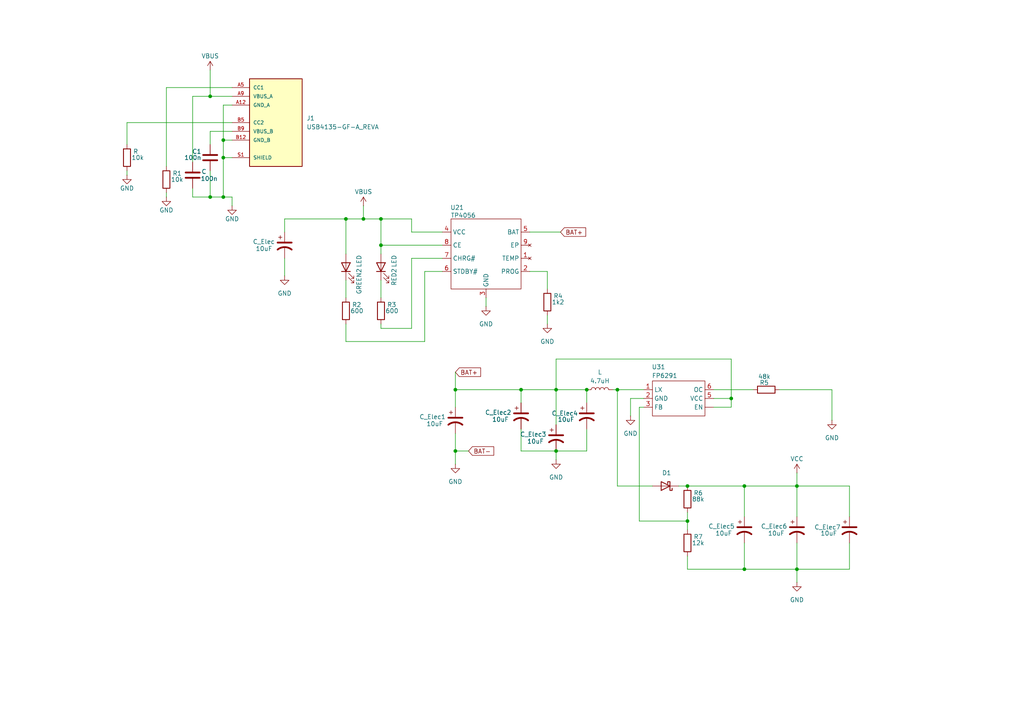
<source format=kicad_sch>
(kicad_sch (version 20250114) (generator "eeschema") (generator_version "9.0")
  (paper "A4")
  (lib_symbols
    (symbol "Device:C" (pin_numbers (hide yes)) (pin_names (offset 0.254))
      (property "Reference" "C" (at 0.635 2.54 0))
      (property "Value" "C" (at 0.635 -2.54 0))
      (symbol "C_0_1"
        (polyline (pts (xy -2.032 0.762) (xy 2.032 0.762)) (stroke (width 0.508)))
        (polyline (pts (xy -2.032 -0.762) (xy 2.032 -0.762)) (stroke (width 0.508)))
      )
      (symbol "C_1_1"
        (pin passive line (at 0 3.81 270) (length 2.794) (name "~") (number "1"))
        (pin passive line (at 0 -3.81 90) (length 2.794) (name "~") (number "2"))
      )
    )
    (symbol "Device:C_Polarized_US" (pin_numbers (hide yes)) (pin_names (offset 0.254) (hide yes))
      (property "Reference" "C" (at 0.635 2.54 0))
      (property "Value" "C_Polarized_US" (at 0.635 -2.54 0))
      (symbol "C_Polarized_US_0_1"
        (polyline (pts (xy -2.032 0.762) (xy 2.032 0.762)) (stroke (width 0.508)))
        (polyline (pts (xy -1.778 2.286) (xy -0.762 2.286)))
        (polyline (pts (xy -1.27 1.778) (xy -1.27 2.794)))
        (arc (start -2.032 -1.27) (mid 0 -0.5572) (end 2.032 -1.27) (stroke (width 0.508)))
      )
      (symbol "C_Polarized_US_1_1"
        (pin passive line (at 0 3.81 270) (length 2.794) (name "~") (number "1"))
        (pin passive line (at 0 -3.81 90) (length 3.302) (name "~") (number "2"))
      )
    )
    (symbol "Device:L" (pin_numbers (hide yes)) (pin_names (offset 1.016) (hide yes))
      (property "Reference" "L" (at -1.27 0 90))
      (property "Value" "L" (at 1.905 0 90))
      (symbol "L_0_1"
        (arc (start 0 2.54) (mid 0.6323 1.905) (end 0 1.27))
        (arc (start 0 1.27) (mid 0.6323 0.635) (end 0 0))
        (arc (start 0 0) (mid 0.6323 -0.635) (end 0 -1.27))
        (arc (start 0 -1.27) (mid 0.6323 -1.905) (end 0 -2.54))
      )
      (symbol "L_1_1"
        (pin passive line (at 0 3.81 270) (length 1.27) (name "1") (number "1"))
        (pin passive line (at 0 -3.81 90) (length 1.27) (name "2") (number "2"))
      )
    )
    (symbol "Device:LED" (pin_numbers (hide yes)) (pin_names (offset 1.016) (hide yes))
      (property "Reference" "D" (at 0 2.54 0))
      (property "Value" "LED" (at 0 -2.54 0))
      (symbol "LED_0_1"
        (polyline (pts (xy -3.048 -0.762) (xy -4.572 -2.286) (xy -3.81 -2.286) (xy -4.572 -2.286) (xy -4.572 -1.524)))
        (polyline (pts (xy -1.778 -0.762) (xy -3.302 -2.286) (xy -2.54 -2.286) (xy -3.302 -2.286) (xy -3.302 -1.524)))
        (polyline (pts (xy -1.27 0) (xy 1.27 0)))
        (polyline (pts (xy -1.27 -1.27) (xy -1.27 1.27)) (stroke (width 0.254)))
        (polyline (pts (xy 1.27 -1.27) (xy 1.27 1.27) (xy -1.27 0) (xy 1.27 -1.27)) (stroke (width 0.254)))
      )
      (symbol "LED_1_1"
        (pin passive line (at -3.81 0 0) (length 2.54) (name "K") (number "1"))
        (pin passive line (at 3.81 0 180) (length 2.54) (name "A") (number "2"))
      )
    )
    (symbol "Device:R" (pin_numbers (hide yes)) (pin_names (offset 0))
      (property "Reference" "R" (at 2.032 0 90))
      (property "Value" "R" (at 0 0 90))
      (symbol "R_0_1"
        (rectangle (start -1.016 -2.54) (end 1.016 2.54) (stroke (width 0.254)))
      )
      (symbol "R_1_1"
        (pin passive line (at 0 3.81 270) (length 1.27) (name "~") (number "1"))
        (pin passive line (at 0 -3.81 90) (length 1.27) (name "~") (number "2"))
      )
    )
    (symbol "Diode:SB150" (pin_numbers (hide yes)) (pin_names (offset 1.016) (hide yes))
      (property "Reference" "D" (at 0 2.54 0))
      (property "Value" "SB150" (at 0 -2.54 0))
      (symbol "SB150_0_1"
        (polyline (pts (xy -1.905 0.635) (xy -1.905 1.27) (xy -1.27 1.27) (xy -1.27 -1.27) (xy -0.635 -1.27) (xy -0.635 -0.635)) (stroke (width 0.254)))
        (polyline (pts (xy 1.27 1.27) (xy 1.27 -1.27) (xy -1.27 0) (xy 1.27 1.27)) (stroke (width 0.254)))
        (polyline (pts (xy 1.27 0) (xy -1.27 0)))
      )
      (symbol "SB150_1_1"
        (pin passive line (at -3.81 0 0) (length 2.54) (name "K") (number "1"))
        (pin passive line (at 3.81 0 180) (length 2.54) (name "A") (number "2"))
      )
    )
    (symbol "M5Stamp:USB4135-GF-A_REVA" (pin_names (offset 1.016))
      (property "Reference" "J" (at -7.62 13.462 0))
      (property "Value" "USB4135-GF-A_REVA" (at -7.62 -13.462 0))
      (symbol "USB4135-GF-A_REVA_0_0"
        (rectangle (start -7.62 12.7) (end 7.62 -12.7) (stroke (width 0.254)) (fill (type background)))
        (pin bidirectional line (at -12.7 10.16 0) (length 5.08) (name "CC1") (number "A5"))
        (pin power_in line (at -12.7 7.62 0) (length 5.08) (name "VBUS_A") (number "A9"))
        (pin power_in line (at -12.7 5.08 0) (length 5.08) (name "GND_A") (number "A12"))
        (pin bidirectional line (at -12.7 0 0) (length 5.08) (name "CC2") (number "B5"))
        (pin power_in line (at -12.7 -2.54 0) (length 5.08) (name "VBUS_B") (number "B9"))
        (pin power_in line (at -12.7 -5.08 0) (length 5.08) (name "GND_B") (number "B12"))
        (pin passive line (at -12.7 -10.16 0) (length 5.08) (name "SHIELD") (number "S1"))
      )
    )
    (symbol "New_Library:TP4056"
      (property "Reference" "U" (at -9.652 13.716 0))
      (property "Value" "TP4056" (at -6.858 11.43 0))
      (symbol "TP4056_0_1"
        (rectangle (start -10.16 10.16) (end 10.16 -10.16))
      )
      (symbol "TP4056_1_1"
        (pin power_in line (at -12.7 6.35 0) (length 2.54) (name "VCC") (number "4"))
        (pin input line (at -12.7 2.54 0) (length 2.54) (name "CE") (number "8"))
        (pin output line (at -12.7 -1.27 0) (length 2.54) (name "CHRG#") (number "7"))
        (pin output line (at -12.7 -5.08 0) (length 2.54) (name "STDBY#") (number "6"))
        (pin power_in line (at 0 -12.7 90) (length 2.54) (name "GND") (number "3"))
        (pin output line (at 12.7 6.35 180) (length 2.54) (name "BAT") (number "5"))
        (pin no_connect line (at 12.7 2.54 180) (length 2.54) (name "EP") (number "9"))
        (pin no_connect line (at 12.7 -1.27 180) (length 2.54) (name "TEMP") (number "1"))
        (pin input line (at 12.7 -5.08 180) (length 2.54) (name "PROG") (number "2"))
      )
    )
    (symbol "New_Library:fp6291"
      (property "Reference" "U" (at -6.858 8.636 0))
      (property "Value" "FP6291" (at -4.064 6.35 0))
      (symbol "fp6291_0_1"
        (rectangle (start -7.62 5.08) (end 7.62 -5.08))
      )
      (symbol "fp6291_1_1"
        (pin output line (at -10.16 2.54 0) (length 2.54) (name "LX") (number "1"))
        (pin power_in line (at -10.16 0 0) (length 2.54) (name "GND") (number "2"))
        (pin input line (at -10.16 -2.54 0) (length 2.54) (name "FB") (number "3"))
        (pin input line (at 10.16 2.54 180) (length 2.54) (name "OC") (number "6"))
        (pin power_in line (at 10.16 0 180) (length 2.54) (name "VCC") (number "5"))
        (pin input line (at 10.16 -2.54 180) (length 2.54) (name "EN") (number ""))
      )
    )
    (symbol "power:GND" (power) (pin_numbers (hide yes)) (pin_names (offset 0) (hide yes))
      (property "Value" "GND" (at 0 -3.81 0))
      (symbol "GND_0_1"
        (polyline (pts (xy 0 0) (xy 0 -1.27) (xy 1.27 -1.27) (xy 0 -2.54) (xy -1.27 -1.27) (xy 0 -1.27)))
      )
      (symbol "GND_1_1"
        (pin power_in line (at 0 0 270) (length 0) (name "~") (number "1"))
      )
    )
    (symbol "power:VCC" (power) (pin_numbers (hide yes)) (pin_names (offset 0) (hide yes))
      (property "Value" "VCC" (at 0 3.556 0))
      (symbol "VCC_0_1"
        (polyline (pts (xy -0.762 1.27) (xy 0 2.54)))
        (polyline (pts (xy 0 2.54) (xy 0.762 1.27)))
        (polyline (pts (xy 0 0) (xy 0 2.54)))
      )
      (symbol "VCC_1_1"
        (pin power_in line (at 0 0 90) (length 0) (name "~") (number "1"))
      )
    )
  )
  (junction (at 170.18 113.03))
  (junction (at 215.9 165.1))
  (junction (at 231.14 165.1))
  (junction (at 132.08 130.81))
  (junction (at 105.41 63.5))
  (junction (at 212.09 115.57))
  (junction (at 161.29 130.81))
  (junction (at 60.96 27.94))
  (junction (at 199.39 140.97))
  (junction (at 100.33 63.5))
  (junction (at 64.77 45.72))
  (junction (at 199.39 151.13))
  (junction (at 110.49 63.5))
  (junction (at 60.96 57.15))
  (junction (at 179.07 113.03))
  (junction (at 231.14 140.97))
  (junction (at 132.08 113.03))
  (junction (at 64.77 40.64))
  (junction (at 215.9 140.97))
  (junction (at 64.77 57.15))
  (junction (at 151.13 113.03))
  (junction (at 161.29 113.03))
  (junction (at 110.49 71.12))
  (wire (pts (xy 207.01 115.57) (xy 212.09 115.57)))
  (wire (pts (xy 212.09 115.57) (xy 212.09 104.14)))
  (wire (pts (xy 162.56 67.31) (xy 153.67 67.31)))
  (wire (pts (xy 151.13 116.84) (xy 151.13 113.03)))
  (wire (pts (xy 132.08 107.95) (xy 132.08 113.03)))
  (wire (pts (xy 60.96 57.15) (xy 64.77 57.15)))
  (wire (pts (xy 100.33 63.5) (xy 105.41 63.5)))
  (wire (pts (xy 67.31 57.15) (xy 67.31 59.69)))
  (wire (pts (xy 55.88 27.94) (xy 60.96 27.94)))
  (wire (pts (xy 110.49 71.12) (xy 128.27 71.12)))
  (wire (pts (xy 119.38 95.25) (xy 110.49 95.25)))
  (wire (pts (xy 231.14 165.1) (xy 246.38 165.1)))
  (wire (pts (xy 151.13 113.03) (xy 161.29 113.03)))
  (wire (pts (xy 158.75 91.44) (xy 158.75 93.98)))
  (wire (pts (xy 246.38 149.86) (xy 246.38 140.97)))
  (wire (pts (xy 132.08 113.03) (xy 132.08 118.11)))
  (wire (pts (xy 60.96 49.53) (xy 60.96 57.15)))
  (wire (pts (xy 64.77 45.72) (xy 67.31 45.72)))
  (wire (pts (xy 64.77 30.48) (xy 67.31 30.48)))
  (wire (pts (xy 199.39 151.13) (xy 199.39 148.59)))
  (wire (pts (xy 170.18 130.81) (xy 161.29 130.81)))
  (wire (pts (xy 231.14 165.1) (xy 231.14 168.91)))
  (wire (pts (xy 64.77 57.15) (xy 67.31 57.15)))
  (wire (pts (xy 60.96 38.1) (xy 60.96 41.91)))
  (wire (pts (xy 110.49 63.5) (xy 110.49 71.12)))
  (wire (pts (xy 199.39 161.29) (xy 199.39 165.1)))
  (wire (pts (xy 100.33 81.28) (xy 100.33 86.36)))
  (wire (pts (xy 151.13 124.46) (xy 151.13 130.81)))
  (wire (pts (xy 177.8 113.03) (xy 179.07 113.03)))
  (wire (pts (xy 207.01 118.11) (xy 212.09 118.11)))
  (wire (pts (xy 110.49 81.28) (xy 110.49 86.36)))
  (wire (pts (xy 140.97 86.36) (xy 140.97 88.9)))
  (wire (pts (xy 215.9 140.97) (xy 231.14 140.97)))
  (wire (pts (xy 246.38 140.97) (xy 231.14 140.97)))
  (wire (pts (xy 82.55 63.5) (xy 82.55 67.31)))
  (wire (pts (xy 100.33 63.5) (xy 82.55 63.5)))
  (wire (pts (xy 48.26 25.4) (xy 67.31 25.4)))
  (wire (pts (xy 64.77 40.64) (xy 67.31 40.64)))
  (wire (pts (xy 100.33 63.5) (xy 100.33 73.66)))
  (wire (pts (xy 105.41 63.5) (xy 110.49 63.5)))
  (wire (pts (xy 132.08 130.81) (xy 132.08 134.62)))
  (wire (pts (xy 215.9 140.97) (xy 215.9 149.86)))
  (wire (pts (xy 60.96 20.32) (xy 60.96 27.94)))
  (wire (pts (xy 199.39 165.1) (xy 215.9 165.1)))
  (wire (pts (xy 100.33 99.06) (xy 100.33 93.98)))
  (wire (pts (xy 132.08 113.03) (xy 151.13 113.03)))
  (wire (pts (xy 105.41 59.69) (xy 105.41 63.5)))
  (wire (pts (xy 241.3 113.03) (xy 241.3 121.92)))
  (wire (pts (xy 64.77 30.48) (xy 64.77 40.64)))
  (wire (pts (xy 36.83 35.56) (xy 67.31 35.56)))
  (wire (pts (xy 119.38 67.31) (xy 119.38 63.5)))
  (wire (pts (xy 161.29 104.14) (xy 161.29 113.03)))
  (wire (pts (xy 119.38 74.93) (xy 119.38 95.25)))
  (wire (pts (xy 226.06 113.03) (xy 241.3 113.03)))
  (wire (pts (xy 170.18 116.84) (xy 170.18 113.03)))
  (wire (pts (xy 119.38 74.93) (xy 128.27 74.93)))
  (wire (pts (xy 55.88 57.15) (xy 60.96 57.15)))
  (wire (pts (xy 170.18 124.46) (xy 170.18 130.81)))
  (wire (pts (xy 123.19 78.74) (xy 123.19 99.06)))
  (wire (pts (xy 128.27 78.74) (xy 123.19 78.74)))
  (wire (pts (xy 82.55 74.93) (xy 82.55 80.01)))
  (wire (pts (xy 67.31 38.1) (xy 60.96 38.1)))
  (wire (pts (xy 199.39 153.67) (xy 199.39 151.13)))
  (wire (pts (xy 64.77 45.72) (xy 64.77 57.15)))
  (wire (pts (xy 161.29 113.03) (xy 161.29 123.19)))
  (wire (pts (xy 36.83 35.56) (xy 36.83 41.91)))
  (wire (pts (xy 212.09 118.11) (xy 212.09 115.57)))
  (wire (pts (xy 55.88 46.99) (xy 55.88 27.94)))
  (wire (pts (xy 151.13 130.81) (xy 161.29 130.81)))
  (wire (pts (xy 36.83 49.53) (xy 36.83 50.8)))
  (wire (pts (xy 179.07 113.03) (xy 186.69 113.03)))
  (wire (pts (xy 196.85 140.97) (xy 199.39 140.97)))
  (wire (pts (xy 48.26 55.88) (xy 48.26 57.15)))
  (wire (pts (xy 132.08 125.73) (xy 132.08 130.81)))
  (wire (pts (xy 186.69 115.57) (xy 182.88 115.57)))
  (wire (pts (xy 185.42 151.13) (xy 199.39 151.13)))
  (wire (pts (xy 110.49 93.98) (xy 110.49 95.25)))
  (wire (pts (xy 64.77 40.64) (xy 64.77 45.72)))
  (wire (pts (xy 123.19 99.06) (xy 100.33 99.06)))
  (wire (pts (xy 161.29 130.81) (xy 161.29 133.35)))
  (wire (pts (xy 161.29 113.03) (xy 170.18 113.03)))
  (wire (pts (xy 212.09 104.14) (xy 161.29 104.14)))
  (wire (pts (xy 128.27 67.31) (xy 119.38 67.31)))
  (wire (pts (xy 67.31 27.94) (xy 60.96 27.94)))
  (wire (pts (xy 215.9 165.1) (xy 231.14 165.1)))
  (wire (pts (xy 153.67 78.74) (xy 158.75 78.74)))
  (wire (pts (xy 179.07 113.03) (xy 179.07 140.97)))
  (wire (pts (xy 110.49 71.12) (xy 110.49 73.66)))
  (wire (pts (xy 55.88 54.61) (xy 55.88 57.15)))
  (wire (pts (xy 185.42 118.11) (xy 185.42 151.13)))
  (wire (pts (xy 231.14 137.16) (xy 231.14 140.97)))
  (wire (pts (xy 132.08 130.81) (xy 135.89 130.81)))
  (wire (pts (xy 182.88 115.57) (xy 182.88 120.65)))
  (wire (pts (xy 199.39 140.97) (xy 215.9 140.97)))
  (wire (pts (xy 110.49 63.5) (xy 119.38 63.5)))
  (wire (pts (xy 186.69 118.11) (xy 185.42 118.11)))
  (wire (pts (xy 246.38 157.48) (xy 246.38 165.1)))
  (wire (pts (xy 158.75 78.74) (xy 158.75 83.82)))
  (wire (pts (xy 48.26 25.4) (xy 48.26 48.26)))
  (wire (pts (xy 207.01 113.03) (xy 218.44 113.03)))
  (wire (pts (xy 231.14 140.97) (xy 231.14 149.86)))
  (wire (pts (xy 215.9 157.48) (xy 215.9 165.1)))
  (wire (pts (xy 179.07 140.97) (xy 189.23 140.97)))
  (wire (pts (xy 231.14 157.48) (xy 231.14 165.1)))
  (global_label "BAT+" (shape input) (at 162.56 67.31 0) (property "Intersheetrefs" "${INTERSHEET_REFS}" (effects (hide yes))))
  (global_label "BAT+" (shape input) (at 132.08 107.95 0) (property "Intersheetrefs" "${INTERSHEET_REFS}" (effects (hide yes))))
  (global_label "BAT-" (shape input) (at 135.89 130.81 0) (property "Intersheetrefs" "${INTERSHEET_REFS}" (effects (hide yes))))
  (symbol (lib_id "Device:C_Polarized_US") (at 82.55 71.12 0) (unit 1)
    (property "Reference" "C_Elec" (at 79.756 70.104 0) (effects (justify right)))
    (property "Value" "10uF" (at 78.994 72.136 0) (effects (justify right)))
    (property "Footprint" "Capacitor_SMD:C_Elec_4x5.4" (effects (hide yes)))
    (property "Description" "Polarized capacitor, US symbol" (effects (hide yes)))
  )
  (symbol (lib_id "Device:R") (at 199.39 144.78 0) (unit 1)
    (property "Reference" "R6" (at 201.168 143.002 0) (effects (justify left)))
    (property "Value" "88k" (at 200.66 144.78 0) (effects (justify left)))
    (property "Footprint" "Resistor_SMD:R_0201_0603Metric_Pad0.64x0.40mm_HandSolder" (effects (hide yes)))
    (property "Description" "Resistor" (effects (hide yes)))
  )
  (symbol (lib_id "Device:R") (at 222.25 113.03 90) (unit 1)
    (property "Reference" "R5" (at 223.012 110.998 90) (effects (justify left)))
    (property "Value" "48k" (at 223.52 109.22 90) (effects (justify left)))
    (property "Footprint" "Resistor_SMD:R_0201_0603Metric_Pad0.64x0.40mm_HandSolder" (effects (hide yes)))
    (property "Description" "Resistor" (effects (hide yes)))
  )
  (symbol (lib_id "power:GND") (at 241.3 121.92 0) (unit 1)
    (property "Reference" "#PWR023" (effects (hide yes)))
    (property "Value" "GND" (at 241.3 127 0))
    (property "Description" "Power symbol creates a global label with name \"GND\" , ground" (effects (hide yes)))
  )
  (symbol (lib_id "power:GND") (at 36.83 50.8 0) (unit 1)
    (property "Reference" "#PWR012" (effects (hide yes)))
    (property "Value" "GND" (at 36.83 54.61 0))
    (property "Description" "Power symbol creates a global label with name \"GND\" , ground" (effects (hide yes)))
  )
  (symbol (lib_id "Device:R") (at 158.75 87.63 0) (unit 1)
    (property "Reference" "R4" (at 160.528 85.852 0) (effects (justify left)))
    (property "Value" "1k2" (at 160.02 87.63 0) (effects (justify left)))
    (property "Footprint" "Resistor_SMD:R_0201_0603Metric_Pad0.64x0.40mm_HandSolder" (effects (hide yes)))
    (property "Description" "Resistor" (effects (hide yes)))
  )
  (symbol (lib_id "power:VCC") (at 60.96 20.32 0) (unit 1)
    (property "Reference" "#PWR024" (effects (hide yes)))
    (property "Value" "VBUS" (at 60.96 16.256 0))
    (property "Description" "Power symbol creates a global label with name \"VCC\"" (effects (hide yes)))
  )
  (symbol (lib_id "Device:L") (at 173.99 113.03 90) (unit 1)
    (property "Reference" "L" (at 173.99 107.95 90))
    (property "Value" "4.7uH" (at 173.99 110.49 90))
    (property "Footprint" "Library:LCXHF3030QKT4R7MNR" (effects (hide yes)))
    (property "Description" "Inductor" (effects (hide yes)))
  )
  (symbol (lib_id "Device:C") (at 60.96 45.72 0) (unit 1)
    (property "Reference" "C1" (at 58.42 43.942 0) (effects (justify right)))
    (property "Value" "100n" (at 58.42 45.72 0) (effects (justify right)))
    (property "Footprint" "Library:C0805F104K1RACAUTO" (effects (hide yes)))
    (property "Description" "Unpolarized capacitor" (effects (hide yes)))
  )
  (symbol (lib_id "power:GND") (at 67.31 59.69 0) (unit 1)
    (property "Reference" "#PWR010" (effects (hide yes)))
    (property "Value" "GND" (at 67.31 63.5 0))
    (property "Description" "Power symbol creates a global label with name \"GND\" , ground" (effects (hide yes)))
  )
  (symbol (lib_id "Device:C_Polarized_US") (at 161.29 127 0) (unit 1)
    (property "Reference" "C_Elec3" (at 158.496 125.984 0) (effects (justify right)))
    (property "Value" "10uF" (at 157.734 128.016 0) (effects (justify right)))
    (property "Footprint" "Capacitor_SMD:C_Elec_4x5.4" (effects (hide yes)))
    (property "Description" "Polarized capacitor, US symbol" (effects (hide yes)))
  )
  (symbol (lib_id "power:VCC") (at 231.14 137.16 0) (unit 1)
    (property "Reference" "#PWR025" (effects (hide yes)))
    (property "Value" "VCC" (at 231.14 133.096 0))
    (property "Description" "Power symbol creates a global label with name \"VCC\"" (effects (hide yes)))
  )
  (symbol (lib_id "power:GND") (at 48.26 57.15 0) (unit 1)
    (property "Reference" "#PWR011" (effects (hide yes)))
    (property "Value" "GND" (at 48.26 60.96 0))
    (property "Description" "Power symbol creates a global label with name \"GND\" , ground" (effects (hide yes)))
  )
  (symbol (lib_id "New_Library:fp6291") (at 196.85 115.57 0) (unit 1)
    (property "Reference" "U31" (at 191.008 106.426 0))
    (property "Value" "FP6291" (at 192.786 108.966 0))
    (property "Footprint" "Library:SOT23-6L" (effects (hide yes)))
  )
  (symbol (lib_id "Device:C_Polarized_US") (at 231.14 153.67 0) (unit 1)
    (property "Reference" "C_Elec6" (at 228.346 152.654 0) (effects (justify right)))
    (property "Value" "10uF" (at 227.584 154.686 0) (effects (justify right)))
    (property "Footprint" "Capacitor_SMD:C_Elec_4x5.4" (effects (hide yes)))
    (property "Description" "Polarized capacitor, US symbol" (effects (hide yes)))
  )
  (symbol (lib_id "power:GND") (at 82.55 80.01 0) (unit 1)
    (property "Reference" "#PWR015" (effects (hide yes)))
    (property "Value" "GND" (at 82.55 85.09 0))
    (property "Description" "Power symbol creates a global label with name \"GND\" , ground" (effects (hide yes)))
  )
  (symbol (lib_id "Device:C_Polarized_US") (at 215.9 153.67 0) (unit 1)
    (property "Reference" "C_Elec5" (at 213.106 152.654 0) (effects (justify right)))
    (property "Value" "10uF" (at 212.344 154.686 0) (effects (justify right)))
    (property "Footprint" "Capacitor_SMD:C_Elec_4x5.4" (effects (hide yes)))
    (property "Description" "Polarized capacitor, US symbol" (effects (hide yes)))
  )
  (symbol (lib_id "power:GND") (at 182.88 120.65 0) (unit 1)
    (property "Reference" "#PWR021" (effects (hide yes)))
    (property "Value" "GND" (at 182.88 125.73 0))
    (property "Description" "Power symbol creates a global label with name \"GND\" , ground" (effects (hide yes)))
  )
  (symbol (lib_id "Diode:SB150") (at 193.04 140.97 180) (unit 1)
    (property "Reference" "D2" (effects (hide yes)))
    (property "Value" "D1" (at 193.3575 137.16 0))
    (property "Footprint" "Diode_THT:D_DO-41_SOD81_P10.16mm_Horizontal" (effects (hide yes)))
    (property "Datasheet" "http://www.diodes.com/_files/datasheets/ds23022.pdf" (effects (hide yes)))
    (property "Description" "50V 1A Schottky Barrier Rectifier Diode, DO-41" (effects (hide yes)))
  )
  (symbol (lib_id "M5Stamp:USB4135-GF-A_REVA") (at 80.01 35.56 0) (unit 1)
    (property "Reference" "J1" (at 88.9 34.2899 0) (effects (justify left)))
    (property "Value" "USB4135-GF-A_REVA" (at 88.9 36.8299 0) (effects (justify left)))
    (property "Footprint" "Connector_USB:USB_C_Receptacle_GCT_USB4135-GF-A_6P_TopMnt_Horizontal" (effects (hide yes)))
  )
  (symbol (lib_id "power:GND") (at 158.75 93.98 0) (unit 1)
    (property "Reference" "#PWR018" (effects (hide yes)))
    (property "Value" "GND" (at 158.75 99.06 0))
    (property "Description" "Power symbol creates a global label with name \"GND\" , ground" (effects (hide yes)))
  )
  (symbol (lib_id "Device:C_Polarized_US") (at 246.38 153.67 0) (unit 1)
    (property "Reference" "C_Elec7" (at 243.84 152.908 0) (effects (justify right)))
    (property "Value" "10uF" (at 242.824 154.686 0) (effects (justify right)))
    (property "Footprint" "Capacitor_SMD:C_Elec_4x5.4" (effects (hide yes)))
    (property "Description" "Polarized capacitor, US symbol" (effects (hide yes)))
  )
  (symbol (lib_id "Device:R") (at 100.33 90.17 0) (unit 1)
    (property "Reference" "R2" (at 102.108 88.392 0) (effects (justify left)))
    (property "Value" "600" (at 101.6 90.17 0) (effects (justify left)))
    (property "Footprint" "Resistor_SMD:R_0201_0603Metric_Pad0.64x0.40mm_HandSolder" (effects (hide yes)))
    (property "Description" "Resistor" (effects (hide yes)))
  )
  (symbol (lib_id "Device:R") (at 36.83 45.72 0) (unit 1)
    (property "Reference" "R" (at 38.608 43.942 0) (effects (justify left)))
    (property "Value" "10k" (at 38.1 45.72 0) (effects (justify left)))
    (property "Footprint" "Resistor_SMD:R_0201_0603Metric_Pad0.64x0.40mm_HandSolder" (effects (hide yes)))
    (property "Description" "Resistor" (effects (hide yes)))
  )
  (symbol (lib_id "Device:R") (at 48.26 52.07 0) (unit 1)
    (property "Reference" "R1" (at 50.038 50.292 0) (effects (justify left)))
    (property "Value" "10k" (at 49.53 52.07 0) (effects (justify left)))
    (property "Footprint" "Resistor_SMD:R_0201_0603Metric_Pad0.64x0.40mm_HandSolder" (effects (hide yes)))
    (property "Description" "Resistor" (effects (hide yes)))
  )
  (symbol (lib_id "Device:C_Polarized_US") (at 151.13 120.65 0) (unit 1)
    (property "Reference" "C_Elec2" (at 148.336 119.634 0) (effects (justify right)))
    (property "Value" "10uF" (at 147.574 121.666 0) (effects (justify right)))
    (property "Footprint" "Capacitor_SMD:C_Elec_4x5.4" (effects (hide yes)))
    (property "Description" "Polarized capacitor, US symbol" (effects (hide yes)))
  )
  (symbol (lib_id "power:GND") (at 231.14 168.91 0) (unit 1)
    (property "Reference" "#PWR022" (effects (hide yes)))
    (property "Value" "GND" (at 231.14 173.99 0))
    (property "Description" "Power symbol creates a global label with name \"GND\" , ground" (effects (hide yes)))
  )
  (symbol (lib_id "power:VCC") (at 105.41 59.69 0) (unit 1)
    (property "Reference" "#PWR016" (effects (hide yes)))
    (property "Value" "VBUS" (at 105.41 55.626 0))
    (property "Description" "Power symbol creates a global label with name \"VCC\"" (effects (hide yes)))
  )
  (symbol (lib_id "power:GND") (at 140.97 88.9 0) (unit 1)
    (property "Reference" "#PWR017" (effects (hide yes)))
    (property "Value" "GND" (at 140.97 93.98 0))
    (property "Description" "Power symbol creates a global label with name \"GND\" , ground" (effects (hide yes)))
  )
  (symbol (lib_id "Device:R") (at 199.39 157.48 0) (unit 1)
    (property "Reference" "R7" (at 201.168 155.702 0) (effects (justify left)))
    (property "Value" "12k" (at 200.66 157.48 0) (effects (justify left)))
    (property "Footprint" "Resistor_SMD:R_0201_0603Metric_Pad0.64x0.40mm_HandSolder" (effects (hide yes)))
    (property "Description" "Resistor" (effects (hide yes)))
  )
  (symbol (lib_id "Device:LED") (at 110.49 77.47 90) (unit 1)
    (property "Reference" "RED2" (at 114.3 77.7874 0) (effects (justify right)))
    (property "Value" "LED" (at 114.3 73.914 0) (effects (justify right)))
    (property "Footprint" "Library:red diode" (effects (hide yes)))
    (property "Description" "Light emitting diode" (effects (hide yes)))
    (property "Sim.Pins" "1=K 2=A" (effects (hide yes)))
  )
  (symbol (lib_id "New_Library:TP4056") (at 140.97 73.66 0) (unit 1)
    (property "Reference" "U21" (at 132.588 60.198 0))
    (property "Value" "TP4056" (at 134.366 62.484 0))
    (property "Footprint" "Package_SO:HSOP-8-1EP_3.9x4.9mm_P1.27mm_EP2.3x2.3mm_ThermalVias" (effects (hide yes)))
  )
  (symbol (lib_id "power:GND") (at 132.08 134.62 0) (unit 1)
    (property "Reference" "#PWR019" (effects (hide yes)))
    (property "Value" "GND" (at 132.08 139.7 0))
    (property "Description" "Power symbol creates a global label with name \"GND\" , ground" (effects (hide yes)))
  )
  (symbol (lib_id "Device:LED") (at 100.33 77.47 90) (unit 1)
    (property "Reference" "GREEN2" (at 104.14 77.7874 0) (effects (justify right)))
    (property "Value" "LED" (at 104.14 73.914 0) (effects (justify right)))
    (property "Footprint" "Library:green diode" (effects (hide yes)))
    (property "Description" "Light emitting diode" (effects (hide yes)))
    (property "Sim.Pins" "1=K 2=A" (effects (hide yes)))
  )
  (symbol (lib_id "Device:C") (at 55.88 50.8 0) (unit 1)
    (property "Reference" "C" (at 58.42 49.784 0) (effects (justify left)))
    (property "Value" "100n" (at 58.166 51.816 0) (effects (justify left)))
    (property "Footprint" "Library:C0805F104K1RACAUTO" (effects (hide yes)))
    (property "Description" "Unpolarized capacitor" (effects (hide yes)))
  )
  (symbol (lib_id "power:GND") (at 161.29 133.35 0) (unit 1)
    (property "Reference" "#PWR020" (effects (hide yes)))
    (property "Value" "GND" (at 161.29 138.43 0))
    (property "Description" "Power symbol creates a global label with name \"GND\" , ground" (effects (hide yes)))
  )
  (symbol (lib_id "Device:C_Polarized_US") (at 170.18 120.65 0) (unit 1)
    (property "Reference" "C_Elec4" (at 167.64 119.888 0) (effects (justify right)))
    (property "Value" "10uF" (at 166.624 121.666 0) (effects (justify right)))
    (property "Footprint" "Capacitor_SMD:C_Elec_4x5.4" (effects (hide yes)))
    (property "Description" "Polarized capacitor, US symbol" (effects (hide yes)))
  )
  (symbol (lib_id "Device:R") (at 110.49 90.17 0) (unit 1)
    (property "Reference" "R3" (at 112.268 88.392 0) (effects (justify left)))
    (property "Value" "600" (at 111.76 90.17 0) (effects (justify left)))
    (property "Footprint" "Resistor_SMD:R_0201_0603Metric_Pad0.64x0.40mm_HandSolder" (effects (hide yes)))
    (property "Description" "Resistor" (effects (hide yes)))
  )
  (symbol (lib_id "Device:C_Polarized_US") (at 132.08 121.92 0) (unit 1)
    (property "Reference" "C_Elec1" (at 129.286 120.904 0) (effects (justify right)))
    (property "Value" "10uF" (at 128.524 122.936 0) (effects (justify right)))
    (property "Footprint" "Capacitor_SMD:C_Elec_4x5.4" (effects (hide yes)))
    (property "Description" "Polarized capacitor, US symbol" (effects (hide yes)))
  )
)
</source>
